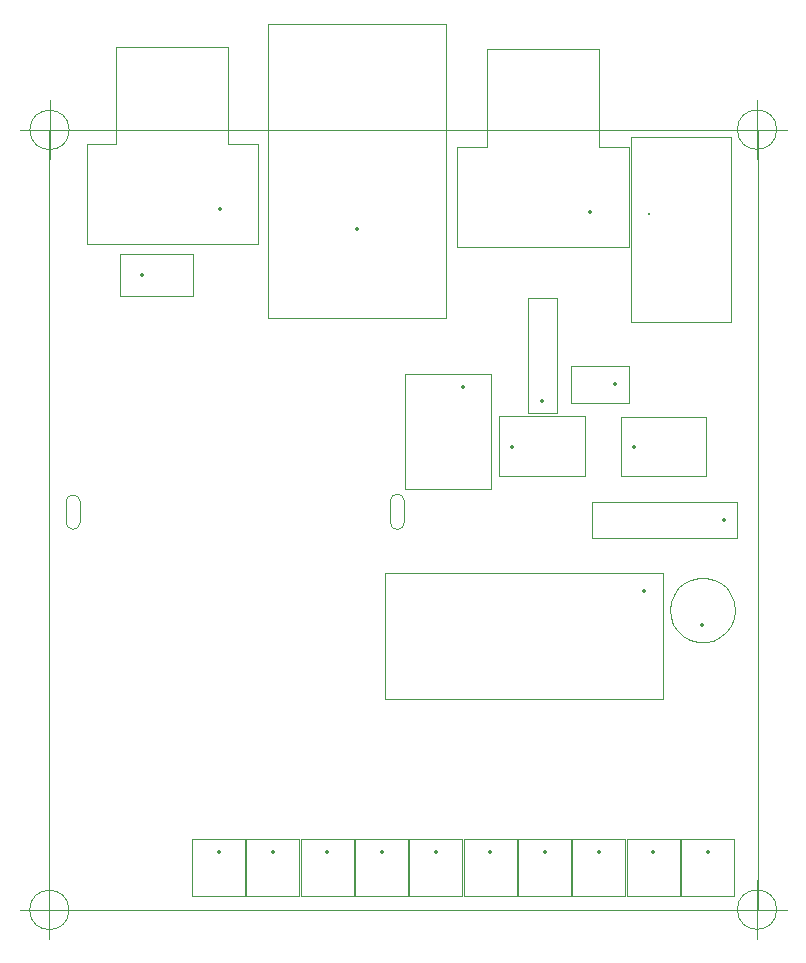
<source format=gbr>
%TF.GenerationSoftware,KiCad,Pcbnew,(6.0.4)*%
%TF.CreationDate,2022-12-16T22:02:52+01:00*%
%TF.ProjectId,swmeter,73776d65-7465-4722-9e6b-696361645f70,0.4*%
%TF.SameCoordinates,PXc0c6960PY8f71310*%
%TF.FileFunction,Component,L1,Top*%
%TF.FilePolarity,Positive*%
%FSLAX46Y46*%
G04 Gerber Fmt 4.6, Leading zero omitted, Abs format (unit mm)*
G04 Created by KiCad (PCBNEW (6.0.4)) date 2022-12-16 22:02:52*
%MOMM*%
%LPD*%
G01*
G04 APERTURE LIST*
%TA.AperFunction,ComponentMain*%
%ADD10C,0.300000*%
%TD*%
%TA.AperFunction,ComponentOutline,Courtyard*%
%ADD11C,0.100000*%
%TD*%
%TA.AperFunction,ComponentPin*%
%ADD12P,0.360000X4X0.000000*%
%TD*%
%TA.AperFunction,ComponentPin*%
%ADD13C,0.000000*%
%TD*%
%TA.AperFunction,Profile*%
%ADD14C,0.100000*%
%TD*%
G04 APERTURE END LIST*
D10*
%TO.C,"SW2"*%
%TO.CFtp,"SW_E-Switch_EG1224_SPDT_Angled"*%
%TO.CVal,"SW_SPDT"*%
%TO.CLbN,"Button_Switch_THT"*%
%TO.CMnt,TH*%
%TO.CRot,180*%
X45792500Y59130000D03*
D11*
X46542499Y64630000D02*
X46542500Y64629999D01*
X49042499Y64629999D01*
X49042499Y56130001D01*
X34542501Y56130001D01*
X34542501Y64629999D01*
X37042500Y64629999D01*
X37042501Y64630000D01*
X37042501Y72879999D01*
X46542499Y72879999D01*
X46542499Y64630000D01*
D12*
%TO.P,"SW2","1","A"*%
X45792500Y59130000D03*
D13*
%TO.P,"SW2",*%
X47792500Y63380000D03*
X35792500Y63380000D03*
X47792500Y57380000D03*
X35792500Y57380000D03*
%TO.P,"SW2","2","B"*%
X41792500Y59130000D03*
%TO.P,"SW2","3","C"*%
X37792500Y59130000D03*
%TD*%
D10*
%TO.C,"D8"*%
%TO.CFtp,"LED_D3.0mm_Clear"*%
%TO.CVal,"LED"*%
%TO.CLbN,"LED_THT"*%
%TO.CMnt,TH*%
%TO.CRot,-90*%
X23530000Y4875000D03*
D11*
X25779999Y1175001D02*
X21280001Y1175001D01*
X21280001Y6024999D01*
X25779999Y6024999D01*
X25779999Y1175001D01*
D12*
%TO.P,"D8","1","K"*%
X23530000Y4875000D03*
D13*
%TO.P,"D8","2","A"*%
X23530000Y2335000D03*
%TD*%
D10*
%TO.C,"J1"*%
%TO.CFtp,"Jack_3.5mm_Lumberg_1503_07_Horizontal"*%
%TO.CVal,"AudioPlug"*%
%TO.CLbN,"Connector_Audio"*%
%TO.CMnt,TH*%
%TO.CRot,0*%
X50742500Y58952500D03*
D11*
X57742499Y49802501D02*
X49242501Y49802501D01*
X49242501Y65452499D01*
X57742499Y65452499D01*
X57742499Y49802501D01*
D13*
%TO.P,"J1",*%
X50992500Y55452500D03*
X55992500Y55452500D03*
%TO.P,"J1","R"*%
X55792500Y51452500D03*
%TO.P,"J1","S"*%
X51192500Y51452500D03*
%TO.P,"J1","T"*%
X56242500Y58952500D03*
X50742500Y58952500D03*
%TD*%
D10*
%TO.C,"RV1"*%
%TO.CFtp,"Potentiometer_Bourns_3266Y_Vertical"*%
%TO.CVal,"4\u002C7kΩ"*%
%TO.CLbN,"Potentiometer_THT"*%
%TO.CMnt,TH*%
%TO.CRot,180*%
X39205000Y39185000D03*
D11*
X45354999Y36735001D02*
X38105001Y36735001D01*
X38105001Y41784999D01*
X45354999Y41784999D01*
X45354999Y36735001D01*
D12*
%TO.P,"RV1","1","1"*%
X39205000Y39185000D03*
D13*
%TO.P,"RV1","2","2"*%
X41745000Y39185000D03*
%TO.P,"RV1","3","3"*%
X44285000Y39185000D03*
%TD*%
D10*
%TO.C,"D2"*%
%TO.CFtp,"LED_D3.0mm_Clear"*%
%TO.CVal,"red"*%
%TO.CLbN,"LED_THT"*%
%TO.CMnt,TH*%
%TO.CRot,-90*%
X51130000Y4875000D03*
D11*
X53379999Y1175001D02*
X48880001Y1175001D01*
X48880001Y6024999D01*
X53379999Y6024999D01*
X53379999Y1175001D01*
D12*
%TO.P,"D2","1","K"*%
X51130000Y4875000D03*
D13*
%TO.P,"D2","2","A"*%
X51130000Y2335000D03*
%TD*%
D10*
%TO.C,"SW1"*%
%TO.CFtp,"SW_E-Switch_EG1224_SPDT_Angled"*%
%TO.CVal,"SW_SPDT"*%
%TO.CLbN,"Button_Switch_THT"*%
%TO.CMnt,TH*%
%TO.CRot,180*%
X14412500Y59352500D03*
D11*
X15162499Y64852500D02*
X15162500Y64852499D01*
X17662499Y64852499D01*
X17662499Y56352501D01*
X3162501Y56352501D01*
X3162501Y64852499D01*
X5662500Y64852499D01*
X5662501Y64852500D01*
X5662501Y73102499D01*
X15162499Y73102499D01*
X15162499Y64852500D01*
D12*
%TO.P,"SW1","1","A"*%
X14412500Y59352500D03*
D13*
%TO.P,"SW1",*%
X4412500Y63602500D03*
X16412500Y63602500D03*
X16412500Y57602500D03*
X4412500Y57602500D03*
%TO.P,"SW1","2","B"*%
X10412500Y59352500D03*
%TO.P,"SW1","3","C"*%
X6412500Y59352500D03*
%TD*%
D10*
%TO.C,"J3"*%
%TO.CFtp,"PinHeader_1x03_P1.27mm_Vertical"*%
%TO.CVal,"Conn_01x03_Female"*%
%TO.CLbN,"Connector_PinHeader_1.27mm"*%
%TO.CMnt,TH*%
%TO.CRot,-90*%
X47897500Y44512500D03*
D11*
X49047499Y42962501D02*
X44197501Y42962501D01*
X44197501Y46062499D01*
X49047499Y46062499D01*
X49047499Y42962501D01*
D12*
%TO.P,"J3","1","Pin_1"*%
X47897500Y44512500D03*
D13*
%TO.P,"J3","2","Pin_2"*%
X46627500Y44512500D03*
%TO.P,"J3","3","Pin_3"*%
X45357500Y44512500D03*
%TD*%
D10*
%TO.C,"D1"*%
%TO.CFtp,"LED_D3.0mm_Clear"*%
%TO.CVal,"LED"*%
%TO.CLbN,"LED_THT"*%
%TO.CMnt,TH*%
%TO.CRot,-90*%
X55730000Y4875000D03*
D11*
X57979999Y1175001D02*
X53480001Y1175001D01*
X53480001Y6024999D01*
X57979999Y6024999D01*
X57979999Y1175001D01*
D12*
%TO.P,"D1","1","K"*%
X55730000Y4875000D03*
D13*
%TO.P,"D1","2","A"*%
X55730000Y2335000D03*
%TD*%
D10*
%TO.C,"D3"*%
%TO.CFtp,"LED_D3.0mm_Clear"*%
%TO.CVal,"LED"*%
%TO.CLbN,"LED_THT"*%
%TO.CMnt,TH*%
%TO.CRot,-90*%
X46530000Y4875000D03*
D11*
X48779999Y1175001D02*
X44280001Y1175001D01*
X44280001Y6024999D01*
X48779999Y6024999D01*
X48779999Y1175001D01*
D12*
%TO.P,"D3","1","K"*%
X46530000Y4875000D03*
D13*
%TO.P,"D3","2","A"*%
X46530000Y2335000D03*
%TD*%
D10*
%TO.C,"D7"*%
%TO.CFtp,"LED_D3.0mm_Clear"*%
%TO.CVal,"LED"*%
%TO.CLbN,"LED_THT"*%
%TO.CMnt,TH*%
%TO.CRot,-90*%
X28130000Y4875000D03*
D11*
X30379999Y1175001D02*
X25880001Y1175001D01*
X25880001Y6024999D01*
X30379999Y6024999D01*
X30379999Y1175001D01*
D12*
%TO.P,"D7","1","K"*%
X28130000Y4875000D03*
D13*
%TO.P,"D7","2","A"*%
X28130000Y2335000D03*
%TD*%
D10*
%TO.C,"D5"*%
%TO.CFtp,"LED_D3.0mm_Clear"*%
%TO.CVal,"LED"*%
%TO.CLbN,"LED_THT"*%
%TO.CMnt,TH*%
%TO.CRot,-90*%
X37330000Y4875000D03*
D11*
X39579999Y1175001D02*
X35080001Y1175001D01*
X35080001Y6024999D01*
X39579999Y6024999D01*
X39579999Y1175001D01*
D12*
%TO.P,"D5","1","K"*%
X37330000Y4875000D03*
D13*
%TO.P,"D5","2","A"*%
X37330000Y2335000D03*
%TD*%
D10*
%TO.C,"SW3"*%
%TO.CFtp,"SW_DIP_SPSTx02_Slide_6.7x6.64mm_W7.62mm_P2.54mm_LowProfile"*%
%TO.CVal,"SW_DIP_x02"*%
%TO.CLbN,"Button_Switch_THT"*%
%TO.CMnt,TH*%
%TO.CRot,-90*%
X35012500Y44312500D03*
D11*
X37412499Y35612501D02*
X30112501Y35612501D01*
X30112501Y45412499D01*
X37412499Y45412499D01*
X37412499Y35612501D01*
D12*
%TO.P,"SW3","1"*%
X35012500Y44312500D03*
D13*
%TO.P,"SW3","2"*%
X32472500Y44312500D03*
%TO.P,"SW3","3"*%
X32472500Y36692500D03*
%TO.P,"SW3","4"*%
X35012500Y36692500D03*
%TD*%
D10*
%TO.C,"R1"*%
%TO.CFtp,"R_Axial_DIN0207_L6.3mm_D2.5mm_P10.16mm_Horizontal"*%
%TO.CVal,"330Ω"*%
%TO.CLbN,"Resistor_THT"*%
%TO.CMnt,TH*%
%TO.CRot,180*%
X57142500Y33022500D03*
D11*
X58192499Y31522501D02*
X45932501Y31522501D01*
X45932501Y34522499D01*
X58192499Y34522499D01*
X58192499Y31522501D01*
D12*
%TO.P,"R1","1"*%
X57142500Y33022500D03*
D13*
%TO.P,"R1","2"*%
X46982500Y33022500D03*
%TD*%
D10*
%TO.C,"U1"*%
%TO.CFtp,"DIP-18_W7.62mm_Socket"*%
%TO.CVal,"LM3914N"*%
%TO.CLbN,"Package_DIP"*%
%TO.CMnt,TH*%
%TO.CRot,-90*%
X50352500Y27012500D03*
D11*
X51952499Y17862501D02*
X28452501Y17862501D01*
X28452501Y28562499D01*
X51952499Y28562499D01*
X51952499Y17862501D01*
D12*
%TO.P,"U1","1","LED1"*%
X50352500Y27012500D03*
D13*
%TO.P,"U1","2","V-"*%
X47812500Y27012500D03*
%TO.P,"U1","3","V+"*%
X45272500Y27012500D03*
%TO.P,"U1","4","RLO"*%
X42732500Y27012500D03*
%TO.P,"U1","5","SIG"*%
X40192500Y27012500D03*
%TO.P,"U1","6","RHI"*%
X37652500Y27012500D03*
%TO.P,"U1","7","RFOUT"*%
X35112500Y27012500D03*
%TO.P,"U1","8","REFADJ"*%
X32572500Y27012500D03*
%TO.P,"U1","9","MODE"*%
X30032500Y27012500D03*
%TO.P,"U1","10","LED2"*%
X30032500Y19392500D03*
%TO.P,"U1","11","LED3"*%
X32572500Y19392500D03*
%TO.P,"U1","12","LED4"*%
X35112500Y19392500D03*
%TO.P,"U1","13","LED5"*%
X37652500Y19392500D03*
%TO.P,"U1","14","LED6"*%
X40192500Y19392500D03*
%TO.P,"U1","15","LED7"*%
X42732500Y19392500D03*
%TO.P,"U1","16","LED8"*%
X45272500Y19392500D03*
%TO.P,"U1","17","LED9"*%
X47812500Y19392500D03*
%TO.P,"U1","18","LED10"*%
X50352500Y19392500D03*
%TD*%
D10*
%TO.C,"J2"*%
%TO.CFtp,"BNC_TEConnectivity_1478035_Horizontal"*%
%TO.CVal,"Conn_Coaxial"*%
%TO.CLbN,"Connector_Coaxial"*%
%TO.CMnt,TH*%
%TO.CRot,0*%
X26080000Y57645000D03*
D11*
X33609999Y50115001D02*
X18550001Y50115001D01*
X18550001Y75044999D01*
X33609999Y75044999D01*
X33609999Y50115001D01*
D12*
%TO.P,"J2","1","In"*%
X26080000Y57645000D03*
D13*
%TO.P,"J2","2","Ext"*%
X31105000Y52620000D03*
X31105000Y62670000D03*
X21055000Y52620000D03*
X21055000Y62670000D03*
%TD*%
D10*
%TO.C,"C1"*%
%TO.CFtp,"CP_Radial_D5.0mm_P2.50mm"*%
%TO.CVal,"22µF"*%
%TO.CLbN,"Capacitor_THT"*%
%TO.CMnt,TH*%
%TO.CRot,90*%
X55280000Y24150000D03*
D11*
X52616397Y26083897D02*
X52856417Y26699515D01*
X53236353Y27240109D01*
X53734272Y27674472D01*
X54321428Y27977525D01*
X54963924Y28131775D01*
X55624667Y28128315D01*
X55624666Y28128315D01*
X55624666Y28128314D01*
X56265512Y27967345D01*
X56849462Y27658159D01*
X57342805Y27218607D01*
X57717060Y26674063D01*
X57950619Y26055966D01*
X58029999Y25400000D01*
X58029396Y25342408D01*
X57936295Y24688248D01*
X57689842Y24075177D01*
X57304266Y23538591D01*
X56801826Y23109467D01*
X56211528Y22812578D01*
X55567453Y22665065D01*
X55567453Y22665066D01*
X54906782Y22675444D01*
X54267657Y22843116D01*
X53686977Y23158400D01*
X53198264Y23603094D01*
X52829732Y24151527D01*
X52602658Y24772036D01*
X52530151Y25428797D01*
X52530152Y25428797D01*
X52616397Y26083897D01*
D12*
%TO.P,"C1","1"*%
X55280000Y24150000D03*
D13*
%TO.P,"C1","2"*%
X55280000Y26650000D03*
%TD*%
D10*
%TO.C,"D10"*%
%TO.CFtp,"LED_D3.0mm_Clear"*%
%TO.CVal,"LED"*%
%TO.CLbN,"LED_THT"*%
%TO.CMnt,TH*%
%TO.CRot,-90*%
X14330000Y4875000D03*
D11*
X16579999Y1175001D02*
X12080001Y1175001D01*
X12080001Y6024999D01*
X16579999Y6024999D01*
X16579999Y1175001D01*
D12*
%TO.P,"D10","1","K"*%
X14330000Y4875000D03*
D13*
%TO.P,"D10","2","A"*%
X14330000Y2335000D03*
%TD*%
D10*
%TO.C,"D0"*%
%TO.CFtp,"D_DO-35_SOD27_P7.62mm_Horizontal"*%
%TO.CVal,"1N914"*%
%TO.CLbN,"Diode_THT"*%
%TO.CMnt,TH*%
%TO.CRot,90*%
X41740000Y43130000D03*
D11*
X42989999Y42080001D02*
X40490001Y42080001D01*
X40490001Y51799999D01*
X42989999Y51799999D01*
X42989999Y42080001D01*
D12*
%TO.P,"D0","1","K"*%
X41740000Y43130000D03*
D13*
%TO.P,"D0","2","A"*%
X41740000Y50750000D03*
%TD*%
D10*
%TO.C,"J0"*%
%TO.CFtp,"PinHeader_1x02_P2.54mm_Vertical"*%
%TO.CVal,"Conn_01x02_Female"*%
%TO.CLbN,"Connector_PinHeader_2.54mm"*%
%TO.CMnt,TH*%
%TO.CRot,90*%
X7825000Y53740000D03*
D11*
X12174999Y51940001D02*
X6025001Y51940001D01*
X6025001Y55539999D01*
X12174999Y55539999D01*
X12174999Y51940001D01*
D12*
%TO.P,"J0","1","Pin_1"*%
X7825000Y53740000D03*
D13*
%TO.P,"J0","2","Pin_2"*%
X10365000Y53740000D03*
%TD*%
D10*
%TO.C,"D9"*%
%TO.CFtp,"LED_D3.0mm_Clear"*%
%TO.CVal,"LED"*%
%TO.CLbN,"LED_THT"*%
%TO.CMnt,TH*%
%TO.CRot,-90*%
X18930000Y4875000D03*
D11*
X21179999Y1175001D02*
X16680001Y1175001D01*
X16680001Y6024999D01*
X21179999Y6024999D01*
X21179999Y1175001D01*
D12*
%TO.P,"D9","1","K"*%
X18930000Y4875000D03*
D13*
%TO.P,"D9","2","A"*%
X18930000Y2335000D03*
%TD*%
D10*
%TO.C,"D4"*%
%TO.CFtp,"LED_D3.0mm_Clear"*%
%TO.CVal,"LED"*%
%TO.CLbN,"LED_THT"*%
%TO.CMnt,TH*%
%TO.CRot,-90*%
X41930000Y4875000D03*
D11*
X44179999Y1175001D02*
X39680001Y1175001D01*
X39680001Y6024999D01*
X44179999Y6024999D01*
X44179999Y1175001D01*
D12*
%TO.P,"D4","1","K"*%
X41930000Y4875000D03*
D13*
%TO.P,"D4","2","A"*%
X41930000Y2335000D03*
%TD*%
D10*
%TO.C,"RV2"*%
%TO.CFtp,"Potentiometer_Bourns_3266Y_Vertical"*%
%TO.CVal,"4\u002C7kΩ"*%
%TO.CLbN,"Potentiometer_THT"*%
%TO.CMnt,TH*%
%TO.CRot,180*%
X49487500Y39158000D03*
D11*
X55637499Y36708001D02*
X48387501Y36708001D01*
X48387501Y41757999D01*
X55637499Y41757999D01*
X55637499Y36708001D01*
D12*
%TO.P,"RV2","1","1"*%
X49487500Y39158000D03*
D13*
%TO.P,"RV2","2","2"*%
X52027500Y39158000D03*
%TO.P,"RV2","3","3"*%
X54567500Y39158000D03*
%TD*%
D10*
%TO.C,"D6"*%
%TO.CFtp,"LED_D3.0mm_Clear"*%
%TO.CVal,"LED"*%
%TO.CLbN,"LED_THT"*%
%TO.CMnt,TH*%
%TO.CRot,-90*%
X32730000Y4875000D03*
D11*
X34979999Y1175001D02*
X30480001Y1175001D01*
X30480001Y6024999D01*
X34979999Y6024999D01*
X34979999Y1175001D01*
D12*
%TO.P,"D6","1","K"*%
X32730000Y4875000D03*
D13*
%TO.P,"D6","2","A"*%
X32730000Y2335000D03*
%TD*%
D14*
X30060000Y34610000D02*
G75*
G03*
X28860000Y34610000I-600000J0D01*
G01*
X59970000Y66020000D02*
X0Y66020000D01*
X0Y66020000D02*
X0Y0D01*
X0Y0D02*
X59970000Y0D01*
X59970000Y0D02*
X59970000Y66020000D01*
X28860000Y32810000D02*
G75*
G03*
X30060000Y32810000I600000J0D01*
G01*
X2610000Y34630000D02*
X2610000Y32830000D01*
X28860000Y34610000D02*
X28860000Y32810000D01*
X2610000Y34630000D02*
G75*
G03*
X1410000Y34630000I-600000J-97600D01*
G01*
X30060000Y34610000D02*
X30060000Y32810000D01*
X1410000Y32830000D02*
G75*
G03*
X2610000Y32830000I600000J0D01*
G01*
X1410000Y34630000D02*
X1410000Y32830000D01*
X61586666Y30000D02*
G75*
G03*
X61586666Y30000I-1666666J0D01*
G01*
X57420000Y30000D02*
X62420000Y30000D01*
X59920000Y2530000D02*
X59920000Y-2470000D01*
X1666666Y0D02*
G75*
G03*
X1666666Y0I-1666666J0D01*
G01*
X-2500000Y0D02*
X2500000Y0D01*
X0Y2500000D02*
X0Y-2500000D01*
X1686666Y66040000D02*
G75*
G03*
X1686666Y66040000I-1666666J0D01*
G01*
X-2480000Y66040000D02*
X2520000Y66040000D01*
X20000Y68540000D02*
X20000Y63540000D01*
X61586666Y66070000D02*
G75*
G03*
X61586666Y66070000I-1666666J0D01*
G01*
X57420000Y66070000D02*
X62420000Y66070000D01*
X59920000Y68570000D02*
X59920000Y63570000D01*
M02*

</source>
